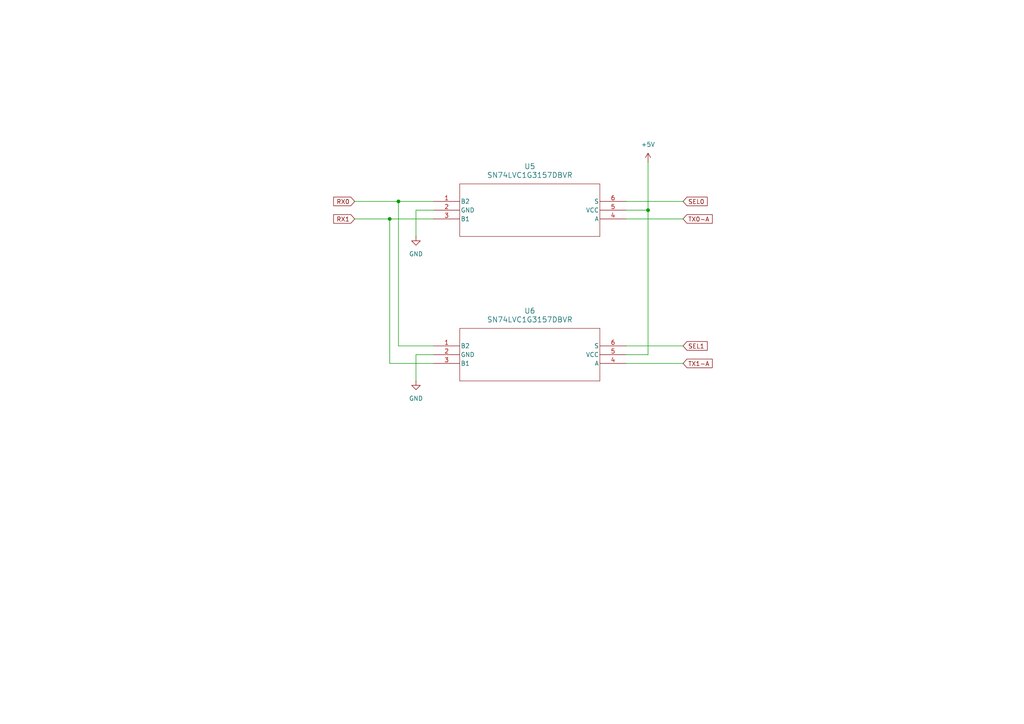
<source format=kicad_sch>
(kicad_sch (version 20231120) (generator "eeschema") (generator_version "8.0")
  (paper "A4")
  (lib_symbols
    (symbol "power:+5V" (power) (pin_numbers hide) (pin_names (offset 0) hide)
      (property "Value" "+5V" (at 0 3.556 0))
      (symbol "+5V_0_1"
        (polyline (pts (xy -0.762 1.27) (xy 0 2.54)))
        (polyline (pts (xy 0 0) (xy 0 2.54)))
        (polyline (pts (xy 0 2.54) (xy 0.762 1.27)))
      )
      (symbol "+5V_1_1"
        (pin power_in line (at 0 0 90) (length 0) (name "~") (number "1"))
      )
    )
    (symbol "power:GND" (power) (pin_numbers hide) (pin_names (offset 0) hide)
      (property "Value" "GND" (at 0 -3.81 0))
      (symbol "GND_0_1"
        (polyline (pts (xy 0 0) (xy 0 -1.27) (xy 1.27 -1.27) (xy 0 -2.54) (xy -1.27 -1.27) (xy 0 -1.27)))
      )
      (symbol "GND_1_1"
        (pin power_in line (at 0 0 270) (length 0) (name "~") (number "1"))
      )
    )
    (symbol "symbol-library-1:SN74LVC1G3157DBVR" (pin_names (offset 0.254))
      (property "Reference" "U" (at 27.94 10.16 0))
      (property "Value" "SN74LVC1G3157DBVR" (at 27.94 7.62 0))
      (symbol "SN74LVC1G3157DBVR_0_1"
        (polyline (pts (xy 7.62 -10.16) (xy 48.26 -10.16)) (stroke (width 0.127)))
        (polyline (pts (xy 7.62 5.08) (xy 7.62 -10.16)) (stroke (width 0.127)))
        (polyline (pts (xy 48.26 -10.16) (xy 48.26 5.08)) (stroke (width 0.127)))
        (polyline (pts (xy 48.26 5.08) (xy 7.62 5.08)) (stroke (width 0.127)))
        (pin input line (at 0 0 0) (length 7.62) (name "B2") (number "1"))
        (pin power_in line (at 0 -2.54 0) (length 7.62) (name "GND") (number "2"))
        (pin input line (at 0 -5.08 0) (length 7.62) (name "B1") (number "3"))
        (pin input line (at 55.88 -5.08 180) (length 7.62) (name "A") (number "4"))
        (pin power_in line (at 55.88 -2.54 180) (length 7.62) (name "VCC") (number "5"))
        (pin input line (at 55.88 0 180) (length 7.62) (name "S") (number "6"))
      )
    )
  )
  (junction (at 113.03 63.5))
  (junction (at 115.57 58.42))
  (junction (at 187.96 60.96))
  (wire (pts (xy 181.61 100.33) (xy 198.12 100.33)))
  (wire (pts (xy 125.73 105.41) (xy 113.03 105.41)))
  (wire (pts (xy 113.03 63.5) (xy 125.73 63.5)))
  (wire (pts (xy 181.61 102.87) (xy 187.96 102.87)))
  (wire (pts (xy 120.65 60.96) (xy 120.65 68.58)))
  (wire (pts (xy 187.96 60.96) (xy 187.96 46.99)))
  (wire (pts (xy 125.73 60.96) (xy 120.65 60.96)))
  (wire (pts (xy 181.61 60.96) (xy 187.96 60.96)))
  (wire (pts (xy 115.57 58.42) (xy 125.73 58.42)))
  (wire (pts (xy 125.73 102.87) (xy 120.65 102.87)))
  (wire (pts (xy 102.87 58.42) (xy 115.57 58.42)))
  (wire (pts (xy 120.65 102.87) (xy 120.65 110.49)))
  (wire (pts (xy 187.96 60.96) (xy 187.96 102.87)))
  (wire (pts (xy 181.61 58.42) (xy 198.12 58.42)))
  (wire (pts (xy 181.61 105.41) (xy 198.12 105.41)))
  (wire (pts (xy 115.57 58.42) (xy 115.57 100.33)))
  (wire (pts (xy 181.61 63.5) (xy 198.12 63.5)))
  (wire (pts (xy 102.87 63.5) (xy 113.03 63.5)))
  (wire (pts (xy 113.03 105.41) (xy 113.03 63.5)))
  (wire (pts (xy 115.57 100.33) (xy 125.73 100.33)))
  (global_label "TX1-A" (shape input) (at 198.12 105.41 0) (property "Intersheetrefs" "${INTERSHEET_REFS}" (effects (hide yes))))
  (global_label "RX1" (shape input) (at 102.87 63.5 180) (property "Intersheetrefs" "${INTERSHEET_REFS}" (effects (hide yes))))
  (global_label "RX0" (shape input) (at 102.87 58.42 180) (property "Intersheetrefs" "${INTERSHEET_REFS}" (effects (hide yes))))
  (global_label "SEL0" (shape input) (at 198.12 58.42 0) (property "Intersheetrefs" "${INTERSHEET_REFS}" (effects (hide yes))))
  (global_label "SEL1" (shape input) (at 198.12 100.33 0) (property "Intersheetrefs" "${INTERSHEET_REFS}" (effects (hide yes))))
  (global_label "TX0-A" (shape input) (at 198.12 63.5 0) (property "Intersheetrefs" "${INTERSHEET_REFS}" (effects (hide yes))))
  (symbol (lib_id "symbol-library-1:SN74LVC1G3157DBVR") (at 125.73 100.33 0) (unit 1)
    (property "Reference" "U6" (at 153.67 90.17 0) (effects (font (size 1.524 1.524))))
    (property "Value" "SN74LVC1G3157DBVR" (at 153.67 92.71 0) (effects (font (size 1.524 1.524))))
    (property "Footprint" "Package_TO_SOT_SMD:SOT-23-6_Handsoldering" (effects (hide yes)))
    (property "Datasheet" "SN74LVC1G3157DBVR" (effects (hide yes)))
  )
  (symbol (lib_id "power:GND") (at 120.65 68.58 0) (unit 1)
    (property "Reference" "#PWR030" (effects (hide yes)))
    (property "Value" "GND" (at 120.65 73.66 0))
    (property "Description" "Power symbol creates a global label with name \"GND\" , ground" (effects (hide yes)))
  )
  (symbol (lib_id "power:GND") (at 120.65 110.49 0) (unit 1)
    (property "Reference" "#PWR031" (effects (hide yes)))
    (property "Value" "GND" (at 120.65 115.57 0))
    (property "Description" "Power symbol creates a global label with name \"GND\" , ground" (effects (hide yes)))
  )
  (symbol (lib_id "symbol-library-1:SN74LVC1G3157DBVR") (at 125.73 58.42 0) (unit 1)
    (property "Reference" "U5" (at 153.67 48.26 0) (effects (font (size 1.524 1.524))))
    (property "Value" "SN74LVC1G3157DBVR" (at 153.67 50.8 0) (effects (font (size 1.524 1.524))))
    (property "Footprint" "Package_TO_SOT_SMD:SOT-23-6_Handsoldering" (effects (hide yes)))
    (property "Datasheet" "SN74LVC1G3157DBVR" (effects (hide yes)))
  )
  (symbol (lib_id "power:+5V") (at 187.96 46.99 0) (unit 1)
    (property "Reference" "#PWR029" (effects (hide yes)))
    (property "Value" "+5V" (at 187.96 41.91 0))
    (property "Description" "Power symbol creates a global label with name \"+5V\"" (effects (hide yes)))
  )
)
</source>
